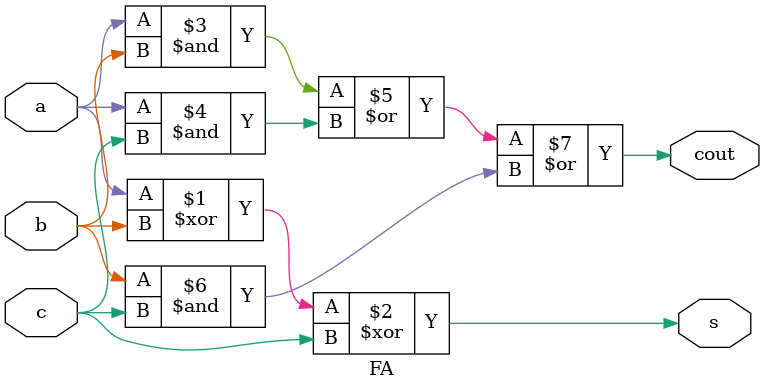
<source format=v>
`timescale 10ns / 1ps
module MUL43(
    input [3:0] a,
    input [2:0] b,
    output [6:0] c
    );
    wire [3:0]x,y,z,p;
    wire cin,cout,c0;
    assign cin=1'b0;
    assign c[0]=a[0]&b[0];
    assign p[3]=1'b0;
    assign x[3]=1'b0,
           x[2]=a[1]&b[0],
           x[1]=a[2]&b[0],
           x[0]=a[1]&b[0];
    assign y[3]=a[3]&b[1],
           y[2]=a[2]&b[1],
           y[1]=a[1]&b[1],
           y[0]=a[0]&b[1];
    assign z[3]=a[3]&b[2],
           z[2]=a[2]&b[2],
           z[1]=a[1]&b[2],
           z[0]=a[0]&b[2];
    RCA R1(.cout(cout), .s({p[2:0],c[1]}),.a(x[3:0]), .b(y[3:0]), .cin(cin));
    RCA R2(.cout(c[6]), .s(c[5:2]), .a({p[3],p[2:0]}), .b(z[3:0]), .cin(cout));
endmodule

module RCA(cout,s,a,b,cin);
input [3:0]a,b;
input cin;
output cout;
output [3:0]s;
FA F1(c1,s[0],a[0],b[0],cin);
FA F2(c2,s[1],a[1],b[1],c1);
FA F3(c3,s[2],a[2],b[2],c2);
FA F4(cout,s[3],a[3],b[3],c3);
endmodule

module FA(cout,s,a,b,c);
input a,b,c;
output cout,s;
assign s=a^b^c;
assign cout=(a&b)|(a&c)|(b&c);
endmodule

</source>
